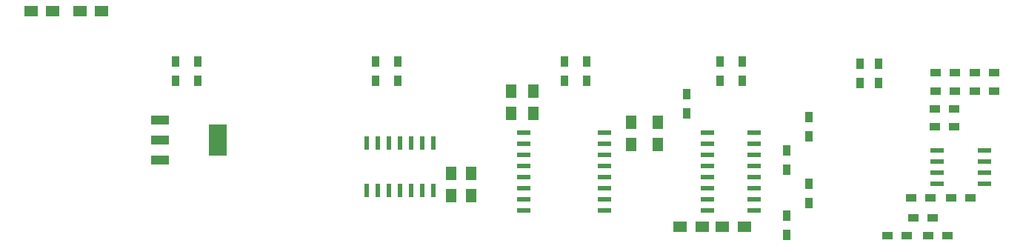
<source format=gtp>
G04 #@! TF.FileFunction,Paste,Top*
%FSLAX46Y46*%
G04 Gerber Fmt 4.6, Leading zero omitted, Abs format (unit mm)*
G04 Created by KiCad (PCBNEW 4.0.4+e1-6308~48~ubuntu14.04.1-stable) date Mon Jan  9 14:38:12 2017*
%MOMM*%
%LPD*%
G01*
G04 APERTURE LIST*
%ADD10C,0.100000*%
%ADD11R,2.032000X3.657600*%
%ADD12R,2.032000X1.016000*%
%ADD13R,1.500000X0.600000*%
%ADD14R,1.500000X1.250000*%
%ADD15R,1.250000X1.500000*%
%ADD16R,0.900000X1.200000*%
%ADD17R,0.600000X1.500000*%
%ADD18R,1.200000X0.900000*%
%ADD19R,1.550000X0.600000*%
G04 APERTURE END LIST*
D10*
D11*
X108966000Y-80264000D03*
D12*
X102362000Y-80264000D03*
X102362000Y-82550000D03*
X102362000Y-77978000D03*
D13*
X143940000Y-79375000D03*
X143940000Y-80645000D03*
X143940000Y-81915000D03*
X143940000Y-83185000D03*
X143940000Y-84455000D03*
X143940000Y-85725000D03*
X143940000Y-86995000D03*
X143940000Y-88265000D03*
X153240000Y-88265000D03*
X153240000Y-86995000D03*
X153240000Y-85725000D03*
X153240000Y-84455000D03*
X153240000Y-83185000D03*
X153240000Y-81915000D03*
X153240000Y-80645000D03*
X153240000Y-79375000D03*
D14*
X93238000Y-65532000D03*
X95738000Y-65532000D03*
X90150000Y-65532000D03*
X87650000Y-65532000D03*
D15*
X135636000Y-86594000D03*
X135636000Y-84094000D03*
X137922000Y-86594000D03*
X137922000Y-84094000D03*
X142494000Y-77196000D03*
X142494000Y-74696000D03*
X145034000Y-77196000D03*
X145034000Y-74696000D03*
D14*
X164338000Y-90170000D03*
X161838000Y-90170000D03*
X166664000Y-90170000D03*
X169164000Y-90170000D03*
D15*
X156210000Y-78232000D03*
X156210000Y-80732000D03*
X159258000Y-78272000D03*
X159258000Y-80772000D03*
D16*
X168910000Y-71290000D03*
X168910000Y-73490000D03*
X166370000Y-71290000D03*
X166370000Y-73490000D03*
X151130000Y-71290000D03*
X151130000Y-73490000D03*
X148590000Y-71290000D03*
X148590000Y-73490000D03*
X129540000Y-71290000D03*
X129540000Y-73490000D03*
X127000000Y-71290000D03*
X127000000Y-73490000D03*
X106680000Y-71290000D03*
X106680000Y-73490000D03*
X104140000Y-71290000D03*
X104140000Y-73490000D03*
X173990000Y-91100000D03*
X173990000Y-88900000D03*
X176530000Y-87460000D03*
X176530000Y-85260000D03*
X173990000Y-83650000D03*
X173990000Y-81450000D03*
X176530000Y-79840000D03*
X176530000Y-77640000D03*
D17*
X133604000Y-80612000D03*
X132334000Y-80612000D03*
X131064000Y-80612000D03*
X129794000Y-80612000D03*
X128524000Y-80612000D03*
X127254000Y-80612000D03*
X125984000Y-80612000D03*
X125984000Y-86012000D03*
X127254000Y-86012000D03*
X128524000Y-86012000D03*
X129794000Y-86012000D03*
X131064000Y-86012000D03*
X132334000Y-86012000D03*
X133604000Y-86012000D03*
D13*
X170340000Y-88265000D03*
X170340000Y-86995000D03*
X170340000Y-85725000D03*
X170340000Y-84455000D03*
X170340000Y-83185000D03*
X170340000Y-81915000D03*
X170340000Y-80645000D03*
X170340000Y-79375000D03*
X164940000Y-79375000D03*
X164940000Y-80645000D03*
X164940000Y-81915000D03*
X164940000Y-83185000D03*
X164940000Y-84455000D03*
X164940000Y-85725000D03*
X164940000Y-86995000D03*
X164940000Y-88265000D03*
D18*
X195496000Y-74676000D03*
X197696000Y-74676000D03*
X195496000Y-72517000D03*
X197696000Y-72517000D03*
X188257000Y-86868000D03*
X190457000Y-86868000D03*
D16*
X182372000Y-71544000D03*
X182372000Y-73744000D03*
X184531000Y-71544000D03*
X184531000Y-73744000D03*
D18*
X195029000Y-86868000D03*
X192829000Y-86868000D03*
X193124000Y-76708000D03*
X190924000Y-76708000D03*
X190924000Y-78740000D03*
X193124000Y-78740000D03*
X193251000Y-72517000D03*
X191051000Y-72517000D03*
X191051000Y-74676000D03*
X193251000Y-74676000D03*
D19*
X191229000Y-81407000D03*
X191229000Y-82677000D03*
X191229000Y-83947000D03*
X191229000Y-85217000D03*
X196629000Y-85217000D03*
X196629000Y-83947000D03*
X196629000Y-82677000D03*
X196629000Y-81407000D03*
D18*
X188468000Y-89154000D03*
X190668000Y-89154000D03*
X192362000Y-91186000D03*
X190162000Y-91186000D03*
X187706000Y-91186000D03*
X185506000Y-91186000D03*
D16*
X162560000Y-77216000D03*
X162560000Y-75016000D03*
M02*

</source>
